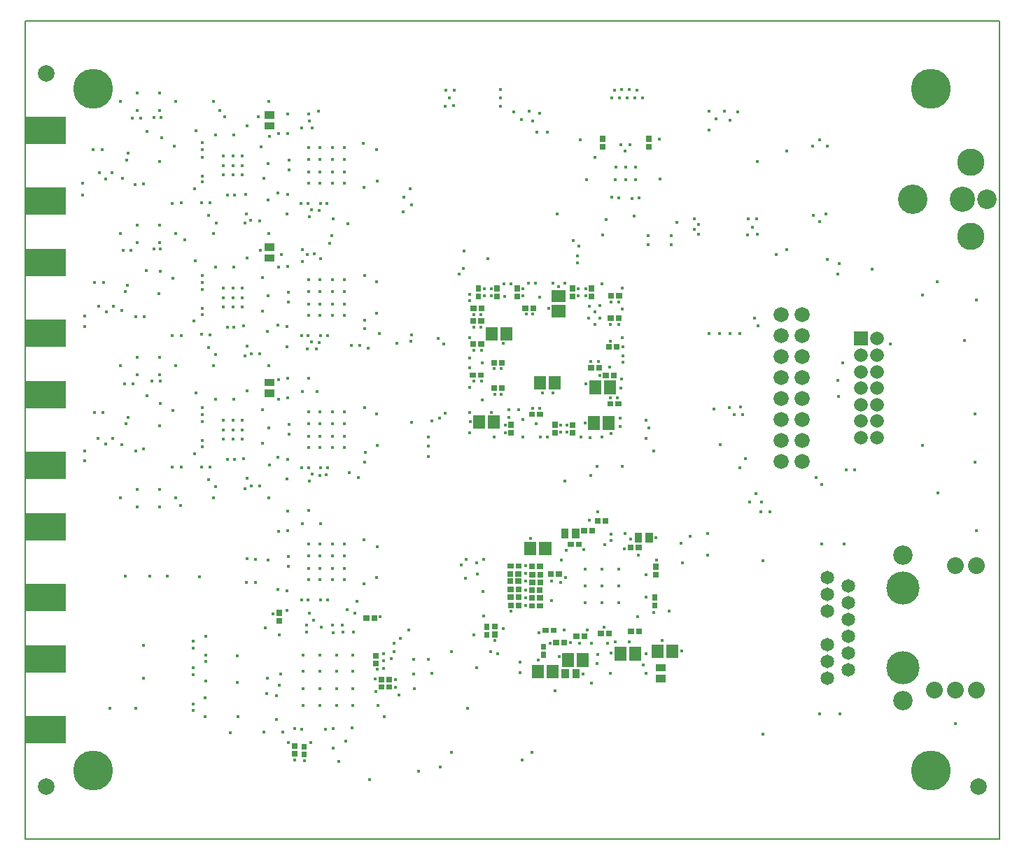
<source format=gbr>
G04 start of page 9 for group -4062 idx -4062 *
G04 Title: GNSS Firehose, soldermask *
G04 Creator: pcb 20140316 *
G04 CreationDate: Sat 09 May 2015 05:26:53 AM GMT UTC *
G04 For: pmonta *
G04 Format: Gerber/RS-274X *
G04 PCB-Dimensions (mil): 4640.00 3900.00 *
G04 PCB-Coordinate-Origin: lower left *
%MOIN*%
%FSLAX25Y25*%
%LNBOTTOMMASK*%
%ADD205R,0.1300X0.1300*%
%ADD204R,0.0260X0.0260*%
%ADD203C,0.0787*%
%ADD202R,0.0355X0.0355*%
%ADD201R,0.0572X0.0572*%
%ADD200C,0.0160*%
%ADD199C,0.1580*%
%ADD198C,0.0650*%
%ADD197C,0.0920*%
%ADD196C,0.0800*%
%ADD195C,0.1900*%
%ADD194C,0.1400*%
%ADD193C,0.1200*%
%ADD192C,0.0930*%
%ADD191C,0.1300*%
%ADD190C,0.0654*%
%ADD189C,0.0001*%
%ADD188C,0.0720*%
%ADD187C,0.0060*%
G54D187*X0Y390000D02*Y0D01*
Y390000D02*X464000D01*
X0Y0D02*X464000D01*
Y390000D02*Y0D01*
G54D188*X370000Y200000D03*
X360000D03*
X370000Y210000D03*
Y220000D03*
Y230000D03*
X360000Y210000D03*
Y220000D03*
Y230000D03*
Y240000D03*
Y250000D03*
X370000Y240000D03*
Y250000D03*
G54D189*G36*
X394729Y241768D02*Y235225D01*
X401272D01*
Y241768D01*
X394729D01*
G37*
G54D190*X405874Y238496D03*
X398000Y230622D03*
X405874D03*
X398000Y222748D03*
X405874D03*
X398000Y214874D03*
X405874D03*
X398000Y207000D03*
Y199126D03*
X405874Y207000D03*
Y199126D03*
G54D191*X450315Y322717D03*
Y287283D03*
G54D192*X458189Y305000D03*
G54D193*X446378D03*
G54D194*X422756D03*
G54D195*X431500Y357500D03*
G54D190*X398000Y191252D03*
X405874D03*
G54D188*X370000Y180000D03*
X360000D03*
X370000Y190000D03*
X360000D03*
G54D195*X431500Y32500D03*
G54D196*X433000Y70900D03*
X443000D03*
X453000D03*
G54D197*X418000Y65900D03*
G54D198*X392000Y104500D03*
Y96500D03*
Y88500D03*
Y80500D03*
Y120500D03*
Y112500D03*
X382000Y124500D03*
Y116500D03*
Y108500D03*
G54D199*X418000Y119500D03*
G54D198*X382000Y92500D03*
Y84500D03*
Y76500D03*
G54D199*X418000Y81500D03*
G54D196*X443000Y130100D03*
X453000D03*
G54D197*X418000Y135100D03*
G54D195*X32500Y357500D03*
Y32500D03*
G54D200*X307800Y283100D03*
X296900Y283200D03*
X307600Y287500D03*
X296900D03*
X310300Y294000D03*
X318700Y295500D03*
X318600Y290500D03*
X320600Y293000D03*
Y288200D03*
X381500Y297839D03*
X375500Y297339D03*
X378500Y294339D03*
X325900Y337800D03*
X335700Y342700D03*
X329000Y343100D03*
X325800Y347000D03*
X333100Y346900D03*
X339400Y346700D03*
X382000Y330339D03*
X378500Y333339D03*
X375000Y330339D03*
X348800Y323000D03*
X362600Y327800D03*
X294200Y353300D03*
X290400D03*
X286700D03*
X283100Y353400D03*
X279500D03*
X291300Y356800D03*
X287600Y357100D03*
X284100Y357200D03*
X280600Y356900D03*
X267500Y314300D03*
X264400Y333200D03*
X271500Y325000D03*
X302400Y314600D03*
X286000Y314300D03*
X281200D03*
X290600D03*
X302000Y333600D03*
X288100Y330800D03*
X283700D03*
X285900Y327900D03*
X286000Y320300D03*
X290600D03*
X281300D03*
X289100Y305300D03*
X290200Y296900D03*
X292300Y305600D03*
X282700Y305500D03*
X276600Y295200D03*
X279500Y305800D03*
X253300Y297800D03*
X261200Y285300D03*
X263800Y282600D03*
X263100Y278000D03*
X263000Y274600D03*
X275000Y287900D03*
X153700Y293100D03*
X145000Y284000D03*
X146000Y287500D03*
X146700Y295700D03*
X125000Y272900D03*
X132000Y275100D03*
X134300Y278500D03*
X137800Y279000D03*
X140600Y276700D03*
X135500Y296700D03*
X152000Y266500D03*
X140500D03*
X146500D03*
X140500Y261000D03*
X146500D03*
X152000D03*
X135000D03*
X125500Y260500D03*
X135000Y255000D03*
X140500D03*
X146500D03*
X152000D03*
X125500Y255900D03*
X112000Y280700D03*
X132200Y281000D03*
X113000Y267500D03*
X122100Y278500D03*
X116100Y288500D03*
X120800Y272700D03*
X135000Y266500D03*
X134800Y239800D03*
X134474Y233574D03*
X135200Y219500D03*
X136500Y237000D03*
X132000Y213200D03*
X113100Y251600D03*
X115600Y258900D03*
X111600Y231300D03*
X115500Y241800D03*
X116174Y195900D03*
X116100Y225500D03*
X120300Y244800D03*
X124900Y234600D03*
X120900Y209700D03*
X125100Y219500D03*
X125600Y197500D03*
Y192900D03*
X177200Y236400D03*
X168600Y240900D03*
X183800Y237100D03*
X163500Y234000D03*
X159400Y235400D03*
X155300Y235300D03*
X152000Y249500D03*
X146500D03*
X140200Y236700D03*
X161900Y205700D03*
X161700Y268700D03*
Y247400D03*
X161100Y331700D03*
X161300Y310500D03*
X161900Y243300D03*
X180300Y306000D03*
X180000Y298900D03*
X184000Y302100D03*
X183300Y309900D03*
X184100Y198500D03*
Y240300D03*
X167600Y313700D03*
X167500Y250600D03*
X167300Y265600D03*
X167600Y187600D03*
X167400Y202600D03*
Y328700D03*
X134900Y302900D03*
X140800Y303000D03*
X143900Y302900D03*
X124900Y297900D03*
X125600Y323600D03*
Y319000D03*
X115800Y322000D03*
X136500Y300000D03*
X140200Y299700D03*
X245000Y345800D03*
X248900Y337000D03*
X243900Y336800D03*
X241700Y342200D03*
X236300Y343000D03*
X240100Y346800D03*
X232800Y346700D03*
X241700Y250100D03*
X249400Y252900D03*
X245000Y258100D03*
X238600Y250200D03*
X237200Y258900D03*
X239800Y264800D03*
X251300Y212700D03*
X246300D03*
X245000Y205100D03*
X241600D03*
X243300Y197900D03*
X248700Y191700D03*
X237200D03*
X295700Y199700D03*
X331200Y187800D03*
X295700Y190900D03*
X284400Y177700D03*
X278900Y245300D03*
X278600Y237400D03*
X278900Y210200D03*
X284500Y262600D03*
X273900Y248100D03*
X271300Y245300D03*
X268300Y248300D03*
X271300Y251200D03*
X273800Y254100D03*
X268600Y253900D03*
X279000Y256000D03*
X263400Y258900D03*
X267000D03*
Y262100D03*
X273600Y220800D03*
X267100Y216900D03*
X269500Y227600D03*
X273100D03*
X278400Y225000D03*
X272500Y177500D03*
X269000Y191400D03*
X258000Y197200D03*
X255100D03*
X266600Y198200D03*
X274600Y191600D03*
Y264700D03*
X220300Y276500D03*
X217000Y243900D03*
X213800D03*
X217000Y250000D03*
X213800D03*
X222100Y262100D03*
X218700D03*
X211700Y259700D03*
Y256500D03*
X206800Y269100D03*
X208600Y272000D03*
X218700Y258800D03*
X209000Y280100D03*
X222100Y258900D03*
X231500Y264700D03*
X228800Y193600D03*
X228500Y258700D03*
X228800Y197400D03*
X227600Y236200D03*
X226800Y224200D03*
X223500D03*
X217300Y232900D03*
X217600Y227000D03*
X226800Y212000D03*
X223600D03*
X217300Y218400D03*
X228100Y264700D03*
X217600Y209300D03*
X211800Y224700D03*
Y229300D03*
X213700Y232900D03*
X199400Y235900D03*
X196900Y238500D03*
X193900Y199200D03*
X197400Y200700D03*
X200000Y203000D03*
X222100Y203400D03*
X192000Y191600D03*
X211800Y215200D03*
Y238900D03*
X226500Y349400D03*
Y353200D03*
Y357200D03*
X204200Y349500D03*
X200000Y349400D03*
X202000Y353200D03*
X204300Y356900D03*
X200300D03*
X120900Y336400D03*
X131800Y339000D03*
X125200Y336200D03*
X116500Y335000D03*
X111200Y344100D03*
X112500Y330000D03*
X113600Y315000D03*
X116200Y351500D03*
X139600Y347000D03*
X125100Y345500D03*
X135200Y345600D03*
X136700Y339000D03*
X135400Y342300D03*
X131500Y303000D03*
X125100Y307200D03*
X111600Y294600D03*
X115800Y304700D03*
X120400Y307900D03*
X135000Y329500D03*
X140500D03*
Y324000D03*
X135000D03*
X152000Y329500D03*
X146500D03*
Y324000D03*
X152000D03*
Y312500D03*
X146500D03*
Y318000D03*
X152000D03*
X135000Y312500D03*
Y318000D03*
X140500D03*
Y312500D03*
X139100Y213300D03*
X131700Y239900D03*
X124900Y244200D03*
X138900Y233600D03*
X135000Y249500D03*
Y203500D03*
Y186500D03*
Y198000D03*
Y192000D03*
X140500Y249500D03*
Y203500D03*
Y198000D03*
Y192000D03*
Y186500D03*
X140800Y239900D03*
X144000Y239800D03*
X152000Y203500D03*
X146500D03*
Y198000D03*
X152000D03*
Y186500D03*
X146500D03*
Y192000D03*
X152000D03*
X113200Y188600D03*
X116400Y178400D03*
X120400Y181800D03*
X125000Y181000D03*
X227700Y100400D03*
X223900Y94700D03*
X218400Y106400D03*
X221800Y89300D03*
X225200Y88400D03*
X215100Y131500D03*
X218400Y133200D03*
X207800Y130500D03*
X210100Y133100D03*
X218100Y118000D03*
X215500Y126400D03*
X209900Y124300D03*
X213800Y97200D03*
X131900Y177000D03*
X125200Y210200D03*
X120600Y219000D03*
X113000Y204500D03*
X135100Y176800D03*
X140800Y176900D03*
X140400Y173400D03*
X144100Y176800D03*
X124900Y171600D03*
X116100Y162500D03*
X135500Y170600D03*
X136900Y173800D03*
X161400Y121500D03*
X157000Y107700D03*
X167800Y139400D03*
X167500Y124600D03*
X161500Y142500D03*
X140500Y140500D03*
X152000D03*
X135000D03*
Y123500D03*
X124800Y118300D03*
X152000Y123500D03*
X151400Y98600D03*
X151200Y101900D03*
X192000Y187300D03*
Y182100D03*
X223400Y191700D03*
X212000Y198800D03*
X211800Y193600D03*
Y203400D03*
X213600Y218300D03*
X306700Y108700D03*
X312600Y89500D03*
X299500Y107900D03*
X303400Y94700D03*
X295700Y88200D03*
X295800Y115200D03*
X291900Y105900D03*
X378500Y59500D03*
X351500Y50000D03*
X388000Y59500D03*
X443000Y55000D03*
X238300Y126700D03*
X240900Y143200D03*
X238300Y130400D03*
Y122800D03*
Y118700D03*
X238400Y115000D03*
X250800Y122800D03*
Y113700D03*
X257700Y137700D03*
X255300Y132900D03*
X258000Y194000D03*
X255100D03*
X257100Y170700D03*
X255200Y122200D03*
X257300Y124700D03*
X237200Y199800D03*
X235100Y204700D03*
X230300Y200800D03*
Y204500D03*
X245500Y191700D03*
X272500Y83500D03*
X269800Y74100D03*
X265700Y78600D03*
X272700Y87800D03*
X264000Y93300D03*
X269800D03*
X267800Y99600D03*
X252400Y70700D03*
X244400Y85400D03*
X254300Y86900D03*
X235900Y79100D03*
X235800Y84400D03*
X259800Y93600D03*
X250100Y93400D03*
X244700Y98400D03*
X256700Y99500D03*
X231300Y108500D03*
X238400Y111200D03*
X241300Y41200D03*
X236800Y37700D03*
X316900Y144400D03*
X325000Y145700D03*
X312300Y140800D03*
X313100Y131500D03*
X325000Y135300D03*
X379500Y140500D03*
X390000D03*
X427400Y187600D03*
X434600Y164800D03*
X395000Y176000D03*
X391000D03*
X351500Y132500D03*
X354600Y156000D03*
X350500D03*
X300700Y132900D03*
X300400Y143500D03*
X295900Y125800D03*
X292100Y135400D03*
X268600Y151800D03*
X272600Y155800D03*
X266000Y137800D03*
X266700Y128600D03*
X288500Y142900D03*
X285900Y145600D03*
X279000Y142100D03*
X279100Y145300D03*
X285400Y138100D03*
X276200Y140200D03*
X282700Y128700D03*
X274700Y128600D03*
X283500Y196700D03*
X283400Y200700D03*
X279100Y193200D03*
X264800Y191500D03*
X287600Y93800D03*
X275900Y100900D03*
X277300Y93200D03*
X294500Y82800D03*
X279100Y88600D03*
X281100Y94000D03*
X295900Y78800D03*
X278900D03*
X282700Y120600D03*
X266700D03*
Y112600D03*
X282700Y112500D03*
X274700Y112600D03*
Y120600D03*
X299300Y185000D03*
X269300Y173400D03*
X297200Y196000D03*
X335800Y240900D03*
X340400D03*
X349000Y244500D03*
X347300Y248300D03*
X362800Y280900D03*
X357900Y278500D03*
X350700Y160500D03*
X348000Y164600D03*
X345100Y160700D03*
X343200Y181200D03*
X340400Y176900D03*
X328200Y205000D03*
X341800Y202200D03*
X337600Y202300D03*
X340800Y205800D03*
X335500Y205500D03*
X330700Y240900D03*
X325700D03*
X348700Y288200D03*
X346400Y291500D03*
X348500Y295700D03*
X344300Y295600D03*
X344000Y288000D03*
X379400Y168800D03*
X387400Y210900D03*
X376600Y172200D03*
X387000Y218700D03*
X389400Y226800D03*
X382100Y276300D03*
X387000Y269400D03*
X387700Y274100D03*
X403500Y271600D03*
X447500Y237500D03*
X412100Y236000D03*
X453000Y257000D03*
X434300Y265700D03*
X427500Y259400D03*
X453000Y147000D03*
X452500Y179500D03*
Y202500D03*
X282100Y210100D03*
X284600Y227200D03*
X283800Y215000D03*
X284000Y219100D03*
X284600Y230400D03*
Y234500D03*
X284500Y238900D03*
Y252600D03*
X282700Y256000D03*
Y245300D03*
X263400Y262100D03*
X257000Y264900D03*
X251300Y265000D03*
X243000Y264800D03*
X254100Y263200D03*
X237200Y262100D03*
X197800Y34300D03*
X187300Y32400D03*
X193600Y78800D03*
X192100Y85600D03*
X203100Y41300D03*
X203000Y89200D03*
X185000Y78700D03*
X176300Y72400D03*
X178000Y68600D03*
X185500Y71700D03*
X210700Y62100D03*
X215100Y81700D03*
X185000Y85600D03*
X164000Y28100D03*
X182800Y99600D03*
X175800Y93400D03*
X170900Y88100D03*
X170800Y81400D03*
X170600Y84900D03*
X175700Y89200D03*
X166900Y76100D03*
X167600Y80800D03*
X167200Y70100D03*
X168100Y63700D03*
X171100Y58100D03*
X158000Y113300D03*
X169200Y106000D03*
X135400Y107600D03*
X124900Y108800D03*
X156400Y98500D03*
X156000Y87500D03*
Y63500D03*
Y80000D03*
Y71500D03*
X149300Y36800D03*
X153400Y109300D03*
X146726Y52500D03*
X146600Y43200D03*
X152900Y46700D03*
X133200Y37300D03*
X128400Y37600D03*
Y52500D03*
X131900Y52400D03*
X155700Y53000D03*
X136100Y45900D03*
X125300Y46000D03*
X122600Y50800D03*
X132100Y150100D03*
X125200Y146900D03*
X125500Y129900D03*
Y134500D03*
X115700Y132800D03*
X120800Y146700D03*
X120300Y118800D03*
X135100Y156500D03*
X125100Y156300D03*
X135000Y129000D03*
Y135000D03*
X131600Y114000D03*
X144000Y113800D03*
X140800Y113900D03*
X134800Y113800D03*
X140500Y123500D03*
Y129000D03*
Y135000D03*
X152000Y129000D03*
Y135000D03*
X146500D03*
Y129000D03*
Y123500D03*
Y140500D03*
X114400Y100500D03*
X115400Y76500D03*
X115200Y69100D03*
X113900Y50900D03*
X121100Y73400D03*
X121700Y78700D03*
X119800Y68100D03*
Y57000D03*
X86000Y87500D03*
X86200Y96700D03*
X86000Y84600D03*
X86200Y75300D03*
X85800Y67400D03*
Y58200D03*
X101100Y87100D03*
X101200Y74600D03*
X101300Y58400D03*
X97800Y50700D03*
X80100Y90900D03*
Y94200D03*
X80000Y64400D03*
Y78400D03*
Y81600D03*
Y61152D03*
X52700Y62400D03*
X40300D03*
X56400Y76600D03*
X56500Y92100D03*
X3100Y111400D03*
Y55900D03*
Y48400D03*
X3500Y89500D03*
Y82000D03*
X16100Y111400D03*
Y55900D03*
Y48400D03*
X16500Y89500D03*
Y82000D03*
X9600Y111400D03*
Y55900D03*
Y48400D03*
X10000Y89500D03*
Y82000D03*
X178900Y95600D03*
X174300Y85800D03*
X176300Y75800D03*
X121200Y97100D03*
X148500Y63500D03*
X132500D03*
X140500D03*
Y87500D03*
X143200Y52200D03*
X140500Y71500D03*
Y80000D03*
X132500Y71500D03*
Y80000D03*
Y87500D03*
X148500Y71500D03*
Y80000D03*
Y87500D03*
X134100Y98600D03*
X146600Y98400D03*
X141000Y101000D03*
X134000Y101800D03*
X146500D03*
X137400Y104400D03*
X162200Y184100D03*
X28300Y185000D03*
X56400Y186000D03*
X94500Y199500D03*
Y190500D03*
Y195000D03*
X84500Y198800D03*
Y202400D03*
Y205700D03*
X103500Y199500D03*
X99000Y195000D03*
Y199500D03*
X103500Y195000D03*
X99400Y209500D03*
X105700Y213700D03*
X103500Y190500D03*
X99000D03*
X84500Y189900D03*
Y186900D03*
X90900Y209500D03*
X81300Y212600D03*
X37100Y203300D03*
X38400Y188300D03*
X41900Y190900D03*
X34900D03*
X56600Y248900D03*
X52600D03*
X28300Y244100D03*
X28400Y249100D03*
X46000Y252000D03*
X38700Y251300D03*
X70000Y240000D03*
X74300D03*
X84400Y250000D03*
X96400Y243800D03*
X99500D03*
X104100Y244500D03*
X88000Y240300D03*
X84000Y240700D03*
X80500Y246900D03*
X105600Y234900D03*
X87300Y234100D03*
X90600Y230900D03*
X89900Y225500D03*
X107900Y231400D03*
X104900Y230300D03*
X64500Y218400D03*
X60500D03*
X64000Y221400D03*
X71600Y225500D03*
X64000Y229600D03*
X53500Y221400D03*
Y229600D03*
X45400Y225500D03*
X64000Y196900D03*
X70500Y204100D03*
X64500Y207500D03*
X58000Y211400D03*
X48000Y197800D03*
X49000Y200900D03*
X33100Y203300D03*
X51574Y216800D03*
X47574D03*
X118000Y107300D03*
X109800Y133300D03*
X109700Y122100D03*
X105400D03*
X83100Y124900D03*
X158700Y172300D03*
X87400Y171100D03*
X90700Y167900D03*
X89900Y162500D03*
X154500Y174700D03*
X143500Y173700D03*
X161800Y179700D03*
X96500Y180800D03*
X99600D03*
X104200Y181300D03*
X88100Y177300D03*
X84200Y177400D03*
X140900Y150300D03*
X105900Y133600D03*
X107700Y168400D03*
X111700Y168300D03*
X105700Y171900D03*
X104700Y166900D03*
X28400Y180100D03*
X3100Y118900D03*
X16100D03*
X9600D03*
X3500Y152500D03*
X16500D03*
X10000D03*
X3500Y145000D03*
X16500D03*
X10000D03*
X3100Y181900D03*
X16100D03*
X9600D03*
X3100Y174400D03*
X16100D03*
X9600D03*
X59500Y125200D03*
X47600D03*
X46000Y188000D03*
X53500Y158400D03*
Y166600D03*
X45400Y162500D03*
X52700Y185000D03*
X74102Y158908D03*
X70200Y177100D03*
X71600Y162500D03*
X64000Y166600D03*
X80600Y183700D03*
X74400Y177100D03*
X67900Y125200D03*
X64000Y158400D03*
X16500Y271000D03*
X32500Y328700D03*
X36700Y328500D03*
X47900Y260800D03*
X46700Y280500D03*
X50500Y280600D03*
X42200Y253800D03*
X48900Y263900D03*
X33200Y265300D03*
X37400D03*
X35200Y253800D03*
X53500Y284400D03*
Y292600D03*
X45400Y288500D03*
X27500Y307000D03*
Y312500D03*
X3500Y308000D03*
X16500D03*
X10000D03*
X3500Y300500D03*
X16500D03*
X10000D03*
X3100Y244900D03*
X9600D03*
X3100Y237400D03*
X9600D03*
X16100Y244900D03*
Y237400D03*
X16500Y278500D03*
X3500D03*
X10000D03*
X3500Y271000D03*
Y215500D03*
X16500D03*
X10000D03*
X3500Y208000D03*
X16500D03*
X10000D03*
X3900Y341600D03*
X16900D03*
X10400D03*
X3900Y334100D03*
X16900D03*
X10400D03*
X10000Y271000D03*
X61300Y281200D03*
X57800Y270800D03*
X64400Y270500D03*
X63900Y259900D03*
X65000Y334400D03*
X64000Y292600D03*
X70400Y267100D03*
X71100Y330100D03*
X76000Y285500D03*
X64400Y281400D03*
X81200Y275600D03*
X64000Y284400D03*
X71600Y288500D03*
X58200Y337200D03*
X95100Y344400D03*
X99400Y335600D03*
X90900D03*
X92700Y347100D03*
X64700Y343900D03*
X61300D03*
X64000Y347400D03*
X71600Y351500D03*
X89800D03*
X84500Y328500D03*
Y331800D03*
X81500Y337500D03*
X105600Y339800D03*
X55100Y343600D03*
X51100D03*
X53500Y347400D03*
Y355600D03*
X45400Y351500D03*
X64000Y355600D03*
X46500Y315000D03*
X52500Y312000D03*
X64000Y323000D03*
X38500Y314600D03*
X41500Y317500D03*
X56400Y312100D03*
X48500Y323700D03*
X49000Y327000D03*
X70200Y302900D03*
X84500Y316000D03*
Y313200D03*
X84000Y303400D03*
X80800Y309900D03*
X74400Y303300D03*
X35500Y317500D03*
X94500Y325500D03*
Y316500D03*
Y321000D03*
Y262500D03*
Y253500D03*
Y258000D03*
X103500Y325500D03*
Y316500D03*
X99000Y321000D03*
Y325500D03*
X103500Y321000D03*
X99000Y316500D03*
X84500Y324900D03*
X84400Y252900D03*
Y261800D03*
Y265400D03*
Y268700D03*
X107400Y294800D03*
X105500Y297900D03*
X104700Y293700D03*
X96500Y306900D03*
X88100Y303400D03*
X87400Y297200D03*
X91200Y293600D03*
X90800Y272500D03*
X89900Y288500D03*
X105000Y307400D03*
X99600Y306900D03*
X99000Y258000D03*
Y262500D03*
Y253500D03*
X99300Y272500D03*
X103500Y262500D03*
Y253500D03*
Y258000D03*
X105900Y276900D03*
G54D201*X265643Y85693D02*Y84907D01*
X308343Y89893D02*Y89107D01*
X301257Y89893D02*Y89107D01*
G54D202*X302308Y81600D02*X303292D01*
G54D201*X283500Y88693D02*Y87907D01*
X290586Y88693D02*Y87907D01*
G54D202*X302308Y76482D02*X303292D01*
G54D203*X454000Y25000D03*
G54D202*X262418Y79192D02*Y78208D01*
X257300Y79192D02*Y78208D01*
G54D204*X300400Y129800D02*Y129600D01*
Y126000D02*Y125800D01*
X269900Y146900D02*X270100D01*
X266100D02*X266300D01*
X272574Y151500D02*X272774D01*
X276374D02*X276574D01*
G54D202*X116008Y345059D02*X116992D01*
X116008Y339941D02*X116992D01*
G54D204*X241374Y111100D02*X241574D01*
X245174D02*X245374D01*
X241474Y122200D02*X241674D01*
X245274D02*X245474D01*
X245074Y118600D02*X245274D01*
X241374Y114900D02*X241574D01*
X245174D02*X245374D01*
X288400Y138900D02*X288600D01*
X299900Y111400D02*Y111200D01*
Y115200D02*Y115000D01*
G54D202*X297159Y144092D02*Y143108D01*
X292041Y144092D02*Y143108D01*
G54D204*X292200Y138900D02*X292400D01*
X274200Y97900D02*X274400D01*
X278000D02*X278200D01*
X288500Y99000D02*X288700D01*
X292300D02*X292500D01*
X262474Y96700D02*X262674D01*
X266274D02*X266474D01*
X259800Y140400D02*X260000D01*
X263600D02*X263800D01*
G54D202*X257041Y145992D02*Y145008D01*
X262159Y145992D02*Y145008D01*
G54D204*X250300Y126200D02*X250500D01*
X254100D02*X254300D01*
G54D201*X240657Y138893D02*Y138107D01*
X247743Y138893D02*Y138107D01*
G54D204*X278826Y248200D02*X279026D01*
X282626D02*X282826D01*
X279000Y258900D02*X279200D01*
X282800D02*X283000D01*
X269800Y258700D02*Y258500D01*
Y262500D02*Y262300D01*
X275100Y330000D02*Y329800D01*
Y333800D02*Y333600D01*
X297200Y333826D02*Y333626D01*
Y330026D02*Y329826D01*
X247800Y99400D02*X248000D01*
X251600D02*X251800D01*
X246900Y87900D02*Y87700D01*
Y91700D02*Y91500D01*
X256600Y93600D02*X256800D01*
X252800D02*X253000D01*
G54D201*X244214Y80093D02*Y79307D01*
X251300Y80093D02*Y79307D01*
G54D204*X238100Y253000D02*X238300D01*
G54D201*X229260Y241193D02*Y240407D01*
G54D204*X234300Y258700D02*Y258500D01*
Y262500D02*Y262300D01*
X241900Y253000D02*X242100D01*
G54D201*X253607Y251583D02*X254393D01*
X253607Y258669D02*X254393D01*
G54D204*X260700Y258700D02*Y258500D01*
Y262500D02*Y262300D01*
X227026Y227000D02*X227226D01*
X227026Y214800D02*X227226D01*
G54D202*X116008Y282059D02*X116992D01*
X116008Y276941D02*X116992D01*
G54D204*X217300Y252900D02*X217500D01*
X213500D02*X213700D01*
X224800Y258700D02*Y258500D01*
Y262500D02*Y262300D01*
X215900Y258700D02*Y258500D01*
Y262500D02*Y262300D01*
G54D201*X222174Y241193D02*Y240407D01*
G54D204*X223226Y227000D02*X223426D01*
X216983Y221100D02*X217183D01*
X217143Y235900D02*X217343D01*
G54D201*X223260Y199193D02*Y198407D01*
X216174Y199193D02*Y198407D01*
G54D204*X213183Y221100D02*X213383D01*
X217183Y246800D02*X217383D01*
X213383D02*X213583D01*
X213343Y235900D02*X213543D01*
G54D201*X245183Y217793D02*Y217007D01*
X252269Y217793D02*Y217007D01*
G54D204*X260774Y197400D02*Y197200D01*
Y193600D02*Y193400D01*
G54D201*X270857Y198593D02*Y197807D01*
X277943Y198593D02*Y197807D01*
G54D204*X241352Y202400D02*X241552D01*
X231500Y197500D02*Y197300D01*
Y193700D02*Y193500D01*
X245152Y202400D02*X245352D01*
X252300Y197526D02*Y197326D01*
Y193726D02*Y193526D01*
X269426Y224700D02*X269626D01*
G54D201*X271483Y215593D02*Y214807D01*
G54D204*X273226Y224700D02*X273426D01*
X276426Y220800D02*X276626D01*
X280226D02*X280426D01*
X278626Y207400D02*X278826D01*
G54D201*X278569Y215593D02*Y214807D01*
G54D204*X282426Y207400D02*X282626D01*
X277926Y234500D02*X278126D01*
X281726D02*X281926D01*
G54D205*X7000Y115250D02*X13000D01*
X7000Y52250D02*X13000D01*
X7000Y85750D02*X13000D01*
X7000Y148750D02*X13000D01*
X7000Y178250D02*X13000D01*
G54D203*X10000Y25000D03*
G54D204*X245174Y129900D02*X245374D01*
X241474Y125800D02*X241674D01*
X245274D02*X245474D01*
X241374Y129900D02*X241574D01*
X162500Y105300D02*X162700D01*
X166300D02*X166500D01*
X121100Y104100D02*Y103900D01*
Y107900D02*Y107700D01*
X231274Y111300D02*X231474D01*
X235074D02*X235274D01*
X241274Y118600D02*X241474D01*
X234974Y118900D02*X235174D01*
X231174D02*X231374D01*
X231074Y122800D02*X231274D01*
X234874D02*X235074D01*
X231074Y126300D02*X231274D01*
X234874D02*X235074D01*
X231200Y130100D02*X231400D01*
X235000D02*X235200D01*
X231174Y115200D02*X231374D01*
X234974D02*X235174D01*
G54D201*X258557Y85693D02*Y84907D01*
G54D204*X128474Y44426D02*Y44226D01*
Y40626D02*Y40426D01*
X132926Y44074D02*Y43874D01*
Y40274D02*Y40074D01*
X167000Y83626D02*Y83426D01*
X169600Y72400D02*X169800D01*
X173400Y76000D02*X173600D01*
X169600D02*X169800D01*
X167000Y87426D02*Y87226D01*
X173400Y72400D02*X173600D01*
X223226Y214800D02*X223426D01*
X219900Y101200D02*Y101000D01*
Y97400D02*Y97200D01*
X223800Y101300D02*Y101100D01*
Y97500D02*Y97300D01*
G54D202*X116008Y217559D02*X116992D01*
X116008Y212441D02*X116992D01*
G54D205*X7000Y211750D02*X13000D01*
X7000Y241250D02*X13000D01*
X7000Y304250D02*X13000D01*
G54D203*X10000Y365000D03*
G54D205*X7000Y337750D02*X13000D01*
X7000Y274750D02*X13000D01*
M02*

</source>
